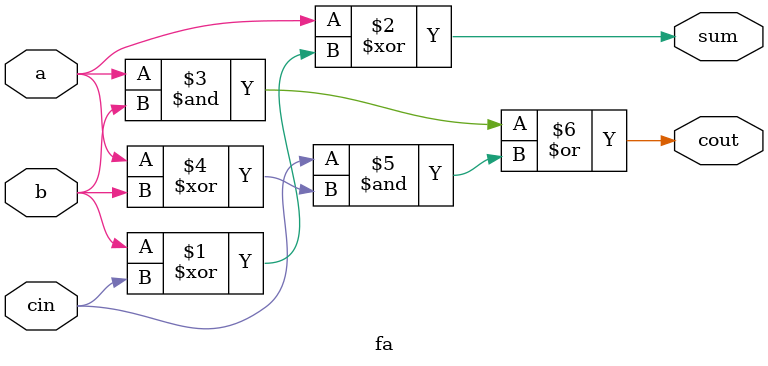
<source format=v>
module fa(input a,b,cin, output sum,cout);
assign sum = a^(b^cin);
assign cout=(a&b)|cin&(a^b);
endmodule
</source>
